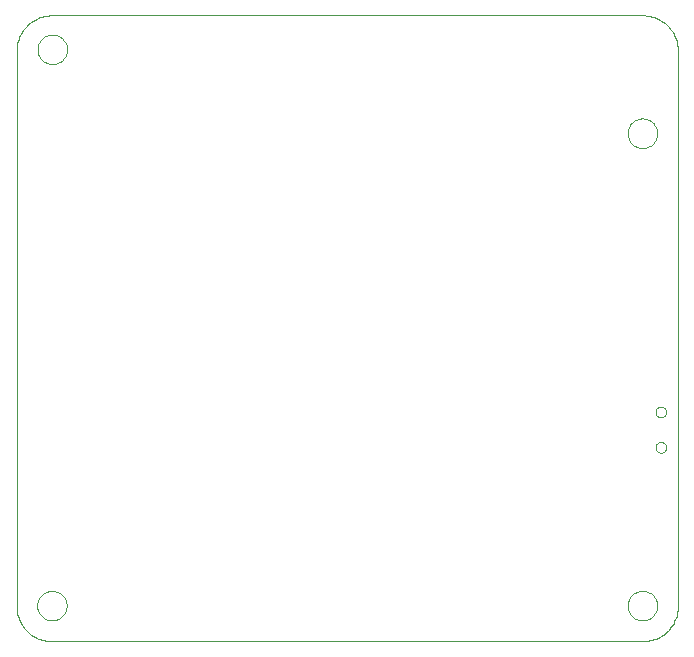
<source format=gm1>
G75*
G70*
%OFA0B0*%
%FSLAX24Y24*%
%IPPOS*%
%LPD*%
%AMOC8*
5,1,8,0,0,1.08239X$1,22.5*
%
%ADD10C,0.0000*%
D10*
X001361Y000180D02*
X021046Y000180D01*
X021112Y000182D01*
X021178Y000187D01*
X021244Y000197D01*
X021309Y000210D01*
X021373Y000226D01*
X021436Y000246D01*
X021498Y000270D01*
X021558Y000297D01*
X021617Y000327D01*
X021674Y000361D01*
X021729Y000398D01*
X021782Y000438D01*
X021833Y000480D01*
X021881Y000526D01*
X021927Y000574D01*
X021969Y000625D01*
X022009Y000678D01*
X022046Y000733D01*
X022080Y000790D01*
X022110Y000849D01*
X022137Y000909D01*
X022161Y000971D01*
X022181Y001034D01*
X022197Y001098D01*
X022210Y001163D01*
X022220Y001229D01*
X022225Y001295D01*
X022227Y001361D01*
X022227Y019865D01*
X022225Y019931D01*
X022220Y019997D01*
X022210Y020063D01*
X022197Y020128D01*
X022181Y020192D01*
X022161Y020255D01*
X022137Y020317D01*
X022110Y020377D01*
X022080Y020436D01*
X022046Y020493D01*
X022009Y020548D01*
X021969Y020601D01*
X021927Y020652D01*
X021881Y020700D01*
X021833Y020746D01*
X021782Y020788D01*
X021729Y020828D01*
X021674Y020865D01*
X021617Y020899D01*
X021558Y020929D01*
X021498Y020956D01*
X021436Y020980D01*
X021373Y021000D01*
X021309Y021016D01*
X021244Y021029D01*
X021178Y021039D01*
X021112Y021044D01*
X021046Y021046D01*
X001361Y021046D01*
X000880Y019915D02*
X000882Y019959D01*
X000888Y020003D01*
X000898Y020046D01*
X000911Y020088D01*
X000929Y020128D01*
X000950Y020167D01*
X000974Y020204D01*
X001001Y020239D01*
X001032Y020271D01*
X001065Y020300D01*
X001101Y020326D01*
X001139Y020348D01*
X001179Y020367D01*
X001220Y020383D01*
X001263Y020395D01*
X001306Y020403D01*
X001350Y020407D01*
X001394Y020407D01*
X001438Y020403D01*
X001481Y020395D01*
X001524Y020383D01*
X001565Y020367D01*
X001605Y020348D01*
X001643Y020326D01*
X001679Y020300D01*
X001712Y020271D01*
X001743Y020239D01*
X001770Y020204D01*
X001794Y020167D01*
X001815Y020128D01*
X001833Y020088D01*
X001846Y020046D01*
X001856Y020003D01*
X001862Y019959D01*
X001864Y019915D01*
X001862Y019871D01*
X001856Y019827D01*
X001846Y019784D01*
X001833Y019742D01*
X001815Y019702D01*
X001794Y019663D01*
X001770Y019626D01*
X001743Y019591D01*
X001712Y019559D01*
X001679Y019530D01*
X001643Y019504D01*
X001605Y019482D01*
X001565Y019463D01*
X001524Y019447D01*
X001481Y019435D01*
X001438Y019427D01*
X001394Y019423D01*
X001350Y019423D01*
X001306Y019427D01*
X001263Y019435D01*
X001220Y019447D01*
X001179Y019463D01*
X001139Y019482D01*
X001101Y019504D01*
X001065Y019530D01*
X001032Y019559D01*
X001001Y019591D01*
X000974Y019626D01*
X000950Y019663D01*
X000929Y019702D01*
X000911Y019742D01*
X000898Y019784D01*
X000888Y019827D01*
X000882Y019871D01*
X000880Y019915D01*
X000180Y019865D02*
X000182Y019931D01*
X000187Y019997D01*
X000197Y020063D01*
X000210Y020128D01*
X000226Y020192D01*
X000246Y020255D01*
X000270Y020317D01*
X000297Y020377D01*
X000327Y020436D01*
X000361Y020493D01*
X000398Y020548D01*
X000438Y020601D01*
X000480Y020652D01*
X000526Y020700D01*
X000574Y020746D01*
X000625Y020788D01*
X000678Y020828D01*
X000733Y020865D01*
X000790Y020899D01*
X000849Y020929D01*
X000909Y020956D01*
X000971Y020980D01*
X001034Y021000D01*
X001098Y021016D01*
X001163Y021029D01*
X001229Y021039D01*
X001295Y021044D01*
X001361Y021046D01*
X000180Y019865D02*
X000180Y001361D01*
X000866Y001370D02*
X000868Y001414D01*
X000874Y001458D01*
X000884Y001501D01*
X000897Y001543D01*
X000915Y001583D01*
X000936Y001622D01*
X000960Y001659D01*
X000987Y001694D01*
X001018Y001726D01*
X001051Y001755D01*
X001087Y001781D01*
X001125Y001803D01*
X001165Y001822D01*
X001206Y001838D01*
X001249Y001850D01*
X001292Y001858D01*
X001336Y001862D01*
X001380Y001862D01*
X001424Y001858D01*
X001467Y001850D01*
X001510Y001838D01*
X001551Y001822D01*
X001591Y001803D01*
X001629Y001781D01*
X001665Y001755D01*
X001698Y001726D01*
X001729Y001694D01*
X001756Y001659D01*
X001780Y001622D01*
X001801Y001583D01*
X001819Y001543D01*
X001832Y001501D01*
X001842Y001458D01*
X001848Y001414D01*
X001850Y001370D01*
X001848Y001326D01*
X001842Y001282D01*
X001832Y001239D01*
X001819Y001197D01*
X001801Y001157D01*
X001780Y001118D01*
X001756Y001081D01*
X001729Y001046D01*
X001698Y001014D01*
X001665Y000985D01*
X001629Y000959D01*
X001591Y000937D01*
X001551Y000918D01*
X001510Y000902D01*
X001467Y000890D01*
X001424Y000882D01*
X001380Y000878D01*
X001336Y000878D01*
X001292Y000882D01*
X001249Y000890D01*
X001206Y000902D01*
X001165Y000918D01*
X001125Y000937D01*
X001087Y000959D01*
X001051Y000985D01*
X001018Y001014D01*
X000987Y001046D01*
X000960Y001081D01*
X000936Y001118D01*
X000915Y001157D01*
X000897Y001197D01*
X000884Y001239D01*
X000874Y001282D01*
X000868Y001326D01*
X000866Y001370D01*
X000180Y001361D02*
X000182Y001295D01*
X000187Y001229D01*
X000197Y001163D01*
X000210Y001098D01*
X000226Y001034D01*
X000246Y000971D01*
X000270Y000909D01*
X000297Y000849D01*
X000327Y000790D01*
X000361Y000733D01*
X000398Y000678D01*
X000438Y000625D01*
X000480Y000574D01*
X000526Y000526D01*
X000574Y000480D01*
X000625Y000438D01*
X000678Y000398D01*
X000733Y000361D01*
X000790Y000327D01*
X000849Y000297D01*
X000909Y000270D01*
X000971Y000246D01*
X001034Y000226D01*
X001098Y000210D01*
X001163Y000197D01*
X001229Y000187D01*
X001295Y000182D01*
X001361Y000180D01*
X020551Y001370D02*
X020553Y001414D01*
X020559Y001458D01*
X020569Y001501D01*
X020582Y001543D01*
X020600Y001583D01*
X020621Y001622D01*
X020645Y001659D01*
X020672Y001694D01*
X020703Y001726D01*
X020736Y001755D01*
X020772Y001781D01*
X020810Y001803D01*
X020850Y001822D01*
X020891Y001838D01*
X020934Y001850D01*
X020977Y001858D01*
X021021Y001862D01*
X021065Y001862D01*
X021109Y001858D01*
X021152Y001850D01*
X021195Y001838D01*
X021236Y001822D01*
X021276Y001803D01*
X021314Y001781D01*
X021350Y001755D01*
X021383Y001726D01*
X021414Y001694D01*
X021441Y001659D01*
X021465Y001622D01*
X021486Y001583D01*
X021504Y001543D01*
X021517Y001501D01*
X021527Y001458D01*
X021533Y001414D01*
X021535Y001370D01*
X021533Y001326D01*
X021527Y001282D01*
X021517Y001239D01*
X021504Y001197D01*
X021486Y001157D01*
X021465Y001118D01*
X021441Y001081D01*
X021414Y001046D01*
X021383Y001014D01*
X021350Y000985D01*
X021314Y000959D01*
X021276Y000937D01*
X021236Y000918D01*
X021195Y000902D01*
X021152Y000890D01*
X021109Y000882D01*
X021065Y000878D01*
X021021Y000878D01*
X020977Y000882D01*
X020934Y000890D01*
X020891Y000902D01*
X020850Y000918D01*
X020810Y000937D01*
X020772Y000959D01*
X020736Y000985D01*
X020703Y001014D01*
X020672Y001046D01*
X020645Y001081D01*
X020621Y001118D01*
X020600Y001157D01*
X020582Y001197D01*
X020569Y001239D01*
X020559Y001282D01*
X020553Y001326D01*
X020551Y001370D01*
X021479Y006646D02*
X021481Y006672D01*
X021487Y006698D01*
X021497Y006723D01*
X021510Y006746D01*
X021526Y006766D01*
X021546Y006784D01*
X021568Y006799D01*
X021591Y006811D01*
X021617Y006819D01*
X021643Y006823D01*
X021669Y006823D01*
X021695Y006819D01*
X021721Y006811D01*
X021745Y006799D01*
X021766Y006784D01*
X021786Y006766D01*
X021802Y006746D01*
X021815Y006723D01*
X021825Y006698D01*
X021831Y006672D01*
X021833Y006646D01*
X021831Y006620D01*
X021825Y006594D01*
X021815Y006569D01*
X021802Y006546D01*
X021786Y006526D01*
X021766Y006508D01*
X021744Y006493D01*
X021721Y006481D01*
X021695Y006473D01*
X021669Y006469D01*
X021643Y006469D01*
X021617Y006473D01*
X021591Y006481D01*
X021567Y006493D01*
X021546Y006508D01*
X021526Y006526D01*
X021510Y006546D01*
X021497Y006569D01*
X021487Y006594D01*
X021481Y006620D01*
X021479Y006646D01*
X021479Y007827D02*
X021481Y007853D01*
X021487Y007879D01*
X021497Y007904D01*
X021510Y007927D01*
X021526Y007947D01*
X021546Y007965D01*
X021568Y007980D01*
X021591Y007992D01*
X021617Y008000D01*
X021643Y008004D01*
X021669Y008004D01*
X021695Y008000D01*
X021721Y007992D01*
X021745Y007980D01*
X021766Y007965D01*
X021786Y007947D01*
X021802Y007927D01*
X021815Y007904D01*
X021825Y007879D01*
X021831Y007853D01*
X021833Y007827D01*
X021831Y007801D01*
X021825Y007775D01*
X021815Y007750D01*
X021802Y007727D01*
X021786Y007707D01*
X021766Y007689D01*
X021744Y007674D01*
X021721Y007662D01*
X021695Y007654D01*
X021669Y007650D01*
X021643Y007650D01*
X021617Y007654D01*
X021591Y007662D01*
X021567Y007674D01*
X021546Y007689D01*
X021526Y007707D01*
X021510Y007727D01*
X021497Y007750D01*
X021487Y007775D01*
X021481Y007801D01*
X021479Y007827D01*
X020551Y017118D02*
X020553Y017162D01*
X020559Y017206D01*
X020569Y017249D01*
X020582Y017291D01*
X020600Y017331D01*
X020621Y017370D01*
X020645Y017407D01*
X020672Y017442D01*
X020703Y017474D01*
X020736Y017503D01*
X020772Y017529D01*
X020810Y017551D01*
X020850Y017570D01*
X020891Y017586D01*
X020934Y017598D01*
X020977Y017606D01*
X021021Y017610D01*
X021065Y017610D01*
X021109Y017606D01*
X021152Y017598D01*
X021195Y017586D01*
X021236Y017570D01*
X021276Y017551D01*
X021314Y017529D01*
X021350Y017503D01*
X021383Y017474D01*
X021414Y017442D01*
X021441Y017407D01*
X021465Y017370D01*
X021486Y017331D01*
X021504Y017291D01*
X021517Y017249D01*
X021527Y017206D01*
X021533Y017162D01*
X021535Y017118D01*
X021533Y017074D01*
X021527Y017030D01*
X021517Y016987D01*
X021504Y016945D01*
X021486Y016905D01*
X021465Y016866D01*
X021441Y016829D01*
X021414Y016794D01*
X021383Y016762D01*
X021350Y016733D01*
X021314Y016707D01*
X021276Y016685D01*
X021236Y016666D01*
X021195Y016650D01*
X021152Y016638D01*
X021109Y016630D01*
X021065Y016626D01*
X021021Y016626D01*
X020977Y016630D01*
X020934Y016638D01*
X020891Y016650D01*
X020850Y016666D01*
X020810Y016685D01*
X020772Y016707D01*
X020736Y016733D01*
X020703Y016762D01*
X020672Y016794D01*
X020645Y016829D01*
X020621Y016866D01*
X020600Y016905D01*
X020582Y016945D01*
X020569Y016987D01*
X020559Y017030D01*
X020553Y017074D01*
X020551Y017118D01*
M02*

</source>
